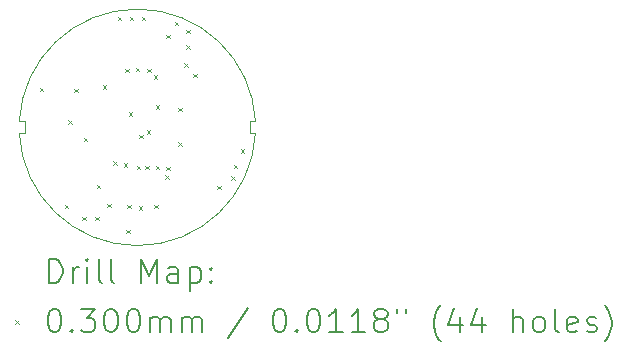
<source format=gbr>
%TF.GenerationSoftware,KiCad,Pcbnew,(6.0.7)*%
%TF.CreationDate,2022-11-15T15:08:39+01:00*%
%TF.ProjectId,tofncan,746f666e-6361-46e2-9e6b-696361645f70,rev?*%
%TF.SameCoordinates,Original*%
%TF.FileFunction,Drillmap*%
%TF.FilePolarity,Positive*%
%FSLAX45Y45*%
G04 Gerber Fmt 4.5, Leading zero omitted, Abs format (unit mm)*
G04 Created by KiCad (PCBNEW (6.0.7)) date 2022-11-15 15:08:39*
%MOMM*%
%LPD*%
G01*
G04 APERTURE LIST*
%ADD10C,0.100000*%
%ADD11C,0.200000*%
%ADD12C,0.030000*%
G04 APERTURE END LIST*
D10*
X10950000Y-10050000D02*
X11000000Y-10050000D01*
X11000000Y-9950000D02*
G75*
G03*
X9000000Y-9950000I-1000000J-50000D01*
G01*
X9000000Y-10050000D02*
G75*
G03*
X11000000Y-10050000I1000000J50000D01*
G01*
X11000000Y-9950000D02*
X10950000Y-9950000D01*
X9050000Y-10050000D02*
X9000000Y-10050000D01*
X10950000Y-9950000D02*
X10950000Y-10050000D01*
X9050000Y-9950000D02*
X9050000Y-10050000D01*
X9000000Y-9950000D02*
X9050000Y-9950000D01*
D11*
D12*
X9175000Y-9665000D02*
X9205000Y-9695000D01*
X9205000Y-9665000D02*
X9175000Y-9695000D01*
X9385000Y-10655000D02*
X9415000Y-10685000D01*
X9415000Y-10655000D02*
X9385000Y-10685000D01*
X9413820Y-9938382D02*
X9443820Y-9968382D01*
X9443820Y-9938382D02*
X9413820Y-9968382D01*
X9465000Y-9675000D02*
X9495000Y-9705000D01*
X9495000Y-9675000D02*
X9465000Y-9705000D01*
X9535000Y-10755000D02*
X9565000Y-10785000D01*
X9565000Y-10755000D02*
X9535000Y-10785000D01*
X9546853Y-10088592D02*
X9576853Y-10118592D01*
X9576853Y-10088592D02*
X9546853Y-10118592D01*
X9645000Y-10755000D02*
X9675000Y-10785000D01*
X9675000Y-10755000D02*
X9645000Y-10785000D01*
X9655000Y-10485000D02*
X9685000Y-10515000D01*
X9685000Y-10485000D02*
X9655000Y-10515000D01*
X9705623Y-9645623D02*
X9735623Y-9675623D01*
X9735623Y-9645623D02*
X9705623Y-9675623D01*
X9747000Y-10647000D02*
X9777000Y-10677000D01*
X9777000Y-10647000D02*
X9747000Y-10677000D01*
X9795000Y-10285000D02*
X9825000Y-10315000D01*
X9825000Y-10285000D02*
X9795000Y-10315000D01*
X9835000Y-9065000D02*
X9865000Y-9095000D01*
X9865000Y-9065000D02*
X9835000Y-9095000D01*
X9885000Y-10305000D02*
X9915000Y-10335000D01*
X9915000Y-10305000D02*
X9885000Y-10335000D01*
X9895000Y-9505000D02*
X9925000Y-9535000D01*
X9925000Y-9505000D02*
X9895000Y-9535000D01*
X9905000Y-10865000D02*
X9935000Y-10895000D01*
X9935000Y-10865000D02*
X9905000Y-10895000D01*
X9915000Y-10655000D02*
X9945000Y-10685000D01*
X9945000Y-10655000D02*
X9915000Y-10685000D01*
X9927275Y-9874275D02*
X9957275Y-9904275D01*
X9957275Y-9874275D02*
X9927275Y-9904275D01*
X9935000Y-9065000D02*
X9965000Y-9095000D01*
X9965000Y-9065000D02*
X9935000Y-9095000D01*
X9985000Y-9495000D02*
X10015000Y-9525000D01*
X10015000Y-9495000D02*
X9985000Y-9525000D01*
X9992809Y-10325808D02*
X10022809Y-10355808D01*
X10022809Y-10325808D02*
X9992809Y-10355808D01*
X10010000Y-10670000D02*
X10040000Y-10700000D01*
X10040000Y-10670000D02*
X10010000Y-10700000D01*
X10013513Y-10062867D02*
X10043513Y-10092867D01*
X10043513Y-10062867D02*
X10013513Y-10092867D01*
X10035000Y-9065000D02*
X10065000Y-9095000D01*
X10065000Y-9065000D02*
X10035000Y-9095000D01*
X10067759Y-10325845D02*
X10097759Y-10355845D01*
X10097759Y-10325845D02*
X10067759Y-10355845D01*
X10077332Y-10023564D02*
X10107332Y-10053564D01*
X10107332Y-10023564D02*
X10077332Y-10053564D01*
X10084882Y-9503452D02*
X10114882Y-9533452D01*
X10114882Y-9503452D02*
X10084882Y-9533452D01*
X10138934Y-9560735D02*
X10168934Y-9590735D01*
X10168934Y-9560735D02*
X10138934Y-9590735D01*
X10145000Y-10655000D02*
X10175000Y-10685000D01*
X10175000Y-10655000D02*
X10145000Y-10685000D01*
X10155000Y-9815000D02*
X10185000Y-9845000D01*
X10185000Y-9815000D02*
X10155000Y-9845000D01*
X10155000Y-10325000D02*
X10185000Y-10355000D01*
X10185000Y-10325000D02*
X10155000Y-10355000D01*
X10235000Y-10405000D02*
X10265000Y-10435000D01*
X10265000Y-10405000D02*
X10235000Y-10435000D01*
X10244377Y-9215623D02*
X10274377Y-9245623D01*
X10274377Y-9215623D02*
X10244377Y-9245623D01*
X10245000Y-10335000D02*
X10275000Y-10365000D01*
X10275000Y-10335000D02*
X10245000Y-10365000D01*
X10315000Y-9105000D02*
X10345000Y-9135000D01*
X10345000Y-9105000D02*
X10315000Y-9135000D01*
X10345000Y-9835000D02*
X10375000Y-9865000D01*
X10375000Y-9835000D02*
X10345000Y-9865000D01*
X10345000Y-10125000D02*
X10375000Y-10155000D01*
X10375000Y-10125000D02*
X10345000Y-10155000D01*
X10395000Y-9455000D02*
X10425000Y-9485000D01*
X10425000Y-9455000D02*
X10395000Y-9485000D01*
X10415000Y-9175000D02*
X10445000Y-9205000D01*
X10445000Y-9175000D02*
X10415000Y-9205000D01*
X10415000Y-9305000D02*
X10445000Y-9335000D01*
X10445000Y-9305000D02*
X10415000Y-9335000D01*
X10475000Y-9545000D02*
X10505000Y-9575000D01*
X10505000Y-9545000D02*
X10475000Y-9575000D01*
X10675000Y-10495000D02*
X10705000Y-10525000D01*
X10705000Y-10495000D02*
X10675000Y-10525000D01*
X10795000Y-10415000D02*
X10825000Y-10445000D01*
X10825000Y-10415000D02*
X10795000Y-10445000D01*
X10815000Y-10315000D02*
X10845000Y-10345000D01*
X10845000Y-10315000D02*
X10815000Y-10345000D01*
X10875000Y-10185000D02*
X10905000Y-10215000D01*
X10905000Y-10185000D02*
X10875000Y-10215000D01*
D11*
X9252619Y-11316725D02*
X9252619Y-11116725D01*
X9300238Y-11116725D01*
X9328810Y-11126249D01*
X9347857Y-11145297D01*
X9357381Y-11164344D01*
X9366905Y-11202440D01*
X9366905Y-11231011D01*
X9357381Y-11269106D01*
X9347857Y-11288154D01*
X9328810Y-11307201D01*
X9300238Y-11316725D01*
X9252619Y-11316725D01*
X9452619Y-11316725D02*
X9452619Y-11183392D01*
X9452619Y-11221487D02*
X9462143Y-11202440D01*
X9471667Y-11192916D01*
X9490714Y-11183392D01*
X9509762Y-11183392D01*
X9576429Y-11316725D02*
X9576429Y-11183392D01*
X9576429Y-11116725D02*
X9566905Y-11126249D01*
X9576429Y-11135773D01*
X9585952Y-11126249D01*
X9576429Y-11116725D01*
X9576429Y-11135773D01*
X9700238Y-11316725D02*
X9681190Y-11307201D01*
X9671667Y-11288154D01*
X9671667Y-11116725D01*
X9805000Y-11316725D02*
X9785952Y-11307201D01*
X9776429Y-11288154D01*
X9776429Y-11116725D01*
X10033571Y-11316725D02*
X10033571Y-11116725D01*
X10100238Y-11259582D01*
X10166905Y-11116725D01*
X10166905Y-11316725D01*
X10347857Y-11316725D02*
X10347857Y-11211963D01*
X10338333Y-11192916D01*
X10319286Y-11183392D01*
X10281190Y-11183392D01*
X10262143Y-11192916D01*
X10347857Y-11307201D02*
X10328810Y-11316725D01*
X10281190Y-11316725D01*
X10262143Y-11307201D01*
X10252619Y-11288154D01*
X10252619Y-11269106D01*
X10262143Y-11250059D01*
X10281190Y-11240535D01*
X10328810Y-11240535D01*
X10347857Y-11231011D01*
X10443095Y-11183392D02*
X10443095Y-11383392D01*
X10443095Y-11192916D02*
X10462143Y-11183392D01*
X10500238Y-11183392D01*
X10519286Y-11192916D01*
X10528810Y-11202440D01*
X10538333Y-11221487D01*
X10538333Y-11278630D01*
X10528810Y-11297678D01*
X10519286Y-11307201D01*
X10500238Y-11316725D01*
X10462143Y-11316725D01*
X10443095Y-11307201D01*
X10624048Y-11297678D02*
X10633571Y-11307201D01*
X10624048Y-11316725D01*
X10614524Y-11307201D01*
X10624048Y-11297678D01*
X10624048Y-11316725D01*
X10624048Y-11192916D02*
X10633571Y-11202440D01*
X10624048Y-11211963D01*
X10614524Y-11202440D01*
X10624048Y-11192916D01*
X10624048Y-11211963D01*
D12*
X8965000Y-11631249D02*
X8995000Y-11661249D01*
X8995000Y-11631249D02*
X8965000Y-11661249D01*
D11*
X9290714Y-11536725D02*
X9309762Y-11536725D01*
X9328810Y-11546249D01*
X9338333Y-11555773D01*
X9347857Y-11574821D01*
X9357381Y-11612916D01*
X9357381Y-11660535D01*
X9347857Y-11698630D01*
X9338333Y-11717678D01*
X9328810Y-11727201D01*
X9309762Y-11736725D01*
X9290714Y-11736725D01*
X9271667Y-11727201D01*
X9262143Y-11717678D01*
X9252619Y-11698630D01*
X9243095Y-11660535D01*
X9243095Y-11612916D01*
X9252619Y-11574821D01*
X9262143Y-11555773D01*
X9271667Y-11546249D01*
X9290714Y-11536725D01*
X9443095Y-11717678D02*
X9452619Y-11727201D01*
X9443095Y-11736725D01*
X9433571Y-11727201D01*
X9443095Y-11717678D01*
X9443095Y-11736725D01*
X9519286Y-11536725D02*
X9643095Y-11536725D01*
X9576429Y-11612916D01*
X9605000Y-11612916D01*
X9624048Y-11622440D01*
X9633571Y-11631963D01*
X9643095Y-11651011D01*
X9643095Y-11698630D01*
X9633571Y-11717678D01*
X9624048Y-11727201D01*
X9605000Y-11736725D01*
X9547857Y-11736725D01*
X9528810Y-11727201D01*
X9519286Y-11717678D01*
X9766905Y-11536725D02*
X9785952Y-11536725D01*
X9805000Y-11546249D01*
X9814524Y-11555773D01*
X9824048Y-11574821D01*
X9833571Y-11612916D01*
X9833571Y-11660535D01*
X9824048Y-11698630D01*
X9814524Y-11717678D01*
X9805000Y-11727201D01*
X9785952Y-11736725D01*
X9766905Y-11736725D01*
X9747857Y-11727201D01*
X9738333Y-11717678D01*
X9728810Y-11698630D01*
X9719286Y-11660535D01*
X9719286Y-11612916D01*
X9728810Y-11574821D01*
X9738333Y-11555773D01*
X9747857Y-11546249D01*
X9766905Y-11536725D01*
X9957381Y-11536725D02*
X9976429Y-11536725D01*
X9995476Y-11546249D01*
X10005000Y-11555773D01*
X10014524Y-11574821D01*
X10024048Y-11612916D01*
X10024048Y-11660535D01*
X10014524Y-11698630D01*
X10005000Y-11717678D01*
X9995476Y-11727201D01*
X9976429Y-11736725D01*
X9957381Y-11736725D01*
X9938333Y-11727201D01*
X9928810Y-11717678D01*
X9919286Y-11698630D01*
X9909762Y-11660535D01*
X9909762Y-11612916D01*
X9919286Y-11574821D01*
X9928810Y-11555773D01*
X9938333Y-11546249D01*
X9957381Y-11536725D01*
X10109762Y-11736725D02*
X10109762Y-11603392D01*
X10109762Y-11622440D02*
X10119286Y-11612916D01*
X10138333Y-11603392D01*
X10166905Y-11603392D01*
X10185952Y-11612916D01*
X10195476Y-11631963D01*
X10195476Y-11736725D01*
X10195476Y-11631963D02*
X10205000Y-11612916D01*
X10224048Y-11603392D01*
X10252619Y-11603392D01*
X10271667Y-11612916D01*
X10281190Y-11631963D01*
X10281190Y-11736725D01*
X10376429Y-11736725D02*
X10376429Y-11603392D01*
X10376429Y-11622440D02*
X10385952Y-11612916D01*
X10405000Y-11603392D01*
X10433571Y-11603392D01*
X10452619Y-11612916D01*
X10462143Y-11631963D01*
X10462143Y-11736725D01*
X10462143Y-11631963D02*
X10471667Y-11612916D01*
X10490714Y-11603392D01*
X10519286Y-11603392D01*
X10538333Y-11612916D01*
X10547857Y-11631963D01*
X10547857Y-11736725D01*
X10938333Y-11527201D02*
X10766905Y-11784344D01*
X11195476Y-11536725D02*
X11214524Y-11536725D01*
X11233571Y-11546249D01*
X11243095Y-11555773D01*
X11252619Y-11574821D01*
X11262143Y-11612916D01*
X11262143Y-11660535D01*
X11252619Y-11698630D01*
X11243095Y-11717678D01*
X11233571Y-11727201D01*
X11214524Y-11736725D01*
X11195476Y-11736725D01*
X11176429Y-11727201D01*
X11166905Y-11717678D01*
X11157381Y-11698630D01*
X11147857Y-11660535D01*
X11147857Y-11612916D01*
X11157381Y-11574821D01*
X11166905Y-11555773D01*
X11176429Y-11546249D01*
X11195476Y-11536725D01*
X11347857Y-11717678D02*
X11357381Y-11727201D01*
X11347857Y-11736725D01*
X11338333Y-11727201D01*
X11347857Y-11717678D01*
X11347857Y-11736725D01*
X11481190Y-11536725D02*
X11500238Y-11536725D01*
X11519286Y-11546249D01*
X11528809Y-11555773D01*
X11538333Y-11574821D01*
X11547857Y-11612916D01*
X11547857Y-11660535D01*
X11538333Y-11698630D01*
X11528809Y-11717678D01*
X11519286Y-11727201D01*
X11500238Y-11736725D01*
X11481190Y-11736725D01*
X11462143Y-11727201D01*
X11452619Y-11717678D01*
X11443095Y-11698630D01*
X11433571Y-11660535D01*
X11433571Y-11612916D01*
X11443095Y-11574821D01*
X11452619Y-11555773D01*
X11462143Y-11546249D01*
X11481190Y-11536725D01*
X11738333Y-11736725D02*
X11624048Y-11736725D01*
X11681190Y-11736725D02*
X11681190Y-11536725D01*
X11662143Y-11565297D01*
X11643095Y-11584344D01*
X11624048Y-11593868D01*
X11928809Y-11736725D02*
X11814524Y-11736725D01*
X11871667Y-11736725D02*
X11871667Y-11536725D01*
X11852619Y-11565297D01*
X11833571Y-11584344D01*
X11814524Y-11593868D01*
X12043095Y-11622440D02*
X12024048Y-11612916D01*
X12014524Y-11603392D01*
X12005000Y-11584344D01*
X12005000Y-11574821D01*
X12014524Y-11555773D01*
X12024048Y-11546249D01*
X12043095Y-11536725D01*
X12081190Y-11536725D01*
X12100238Y-11546249D01*
X12109762Y-11555773D01*
X12119286Y-11574821D01*
X12119286Y-11584344D01*
X12109762Y-11603392D01*
X12100238Y-11612916D01*
X12081190Y-11622440D01*
X12043095Y-11622440D01*
X12024048Y-11631963D01*
X12014524Y-11641487D01*
X12005000Y-11660535D01*
X12005000Y-11698630D01*
X12014524Y-11717678D01*
X12024048Y-11727201D01*
X12043095Y-11736725D01*
X12081190Y-11736725D01*
X12100238Y-11727201D01*
X12109762Y-11717678D01*
X12119286Y-11698630D01*
X12119286Y-11660535D01*
X12109762Y-11641487D01*
X12100238Y-11631963D01*
X12081190Y-11622440D01*
X12195476Y-11536725D02*
X12195476Y-11574821D01*
X12271667Y-11536725D02*
X12271667Y-11574821D01*
X12566905Y-11812916D02*
X12557381Y-11803392D01*
X12538333Y-11774821D01*
X12528809Y-11755773D01*
X12519286Y-11727201D01*
X12509762Y-11679582D01*
X12509762Y-11641487D01*
X12519286Y-11593868D01*
X12528809Y-11565297D01*
X12538333Y-11546249D01*
X12557381Y-11517678D01*
X12566905Y-11508154D01*
X12728809Y-11603392D02*
X12728809Y-11736725D01*
X12681190Y-11527201D02*
X12633571Y-11670059D01*
X12757381Y-11670059D01*
X12919286Y-11603392D02*
X12919286Y-11736725D01*
X12871667Y-11527201D02*
X12824048Y-11670059D01*
X12947857Y-11670059D01*
X13176428Y-11736725D02*
X13176428Y-11536725D01*
X13262143Y-11736725D02*
X13262143Y-11631963D01*
X13252619Y-11612916D01*
X13233571Y-11603392D01*
X13205000Y-11603392D01*
X13185952Y-11612916D01*
X13176428Y-11622440D01*
X13385952Y-11736725D02*
X13366905Y-11727201D01*
X13357381Y-11717678D01*
X13347857Y-11698630D01*
X13347857Y-11641487D01*
X13357381Y-11622440D01*
X13366905Y-11612916D01*
X13385952Y-11603392D01*
X13414524Y-11603392D01*
X13433571Y-11612916D01*
X13443095Y-11622440D01*
X13452619Y-11641487D01*
X13452619Y-11698630D01*
X13443095Y-11717678D01*
X13433571Y-11727201D01*
X13414524Y-11736725D01*
X13385952Y-11736725D01*
X13566905Y-11736725D02*
X13547857Y-11727201D01*
X13538333Y-11708154D01*
X13538333Y-11536725D01*
X13719286Y-11727201D02*
X13700238Y-11736725D01*
X13662143Y-11736725D01*
X13643095Y-11727201D01*
X13633571Y-11708154D01*
X13633571Y-11631963D01*
X13643095Y-11612916D01*
X13662143Y-11603392D01*
X13700238Y-11603392D01*
X13719286Y-11612916D01*
X13728809Y-11631963D01*
X13728809Y-11651011D01*
X13633571Y-11670059D01*
X13805000Y-11727201D02*
X13824048Y-11736725D01*
X13862143Y-11736725D01*
X13881190Y-11727201D01*
X13890714Y-11708154D01*
X13890714Y-11698630D01*
X13881190Y-11679582D01*
X13862143Y-11670059D01*
X13833571Y-11670059D01*
X13814524Y-11660535D01*
X13805000Y-11641487D01*
X13805000Y-11631963D01*
X13814524Y-11612916D01*
X13833571Y-11603392D01*
X13862143Y-11603392D01*
X13881190Y-11612916D01*
X13957381Y-11812916D02*
X13966905Y-11803392D01*
X13985952Y-11774821D01*
X13995476Y-11755773D01*
X14005000Y-11727201D01*
X14014524Y-11679582D01*
X14014524Y-11641487D01*
X14005000Y-11593868D01*
X13995476Y-11565297D01*
X13985952Y-11546249D01*
X13966905Y-11517678D01*
X13957381Y-11508154D01*
M02*

</source>
